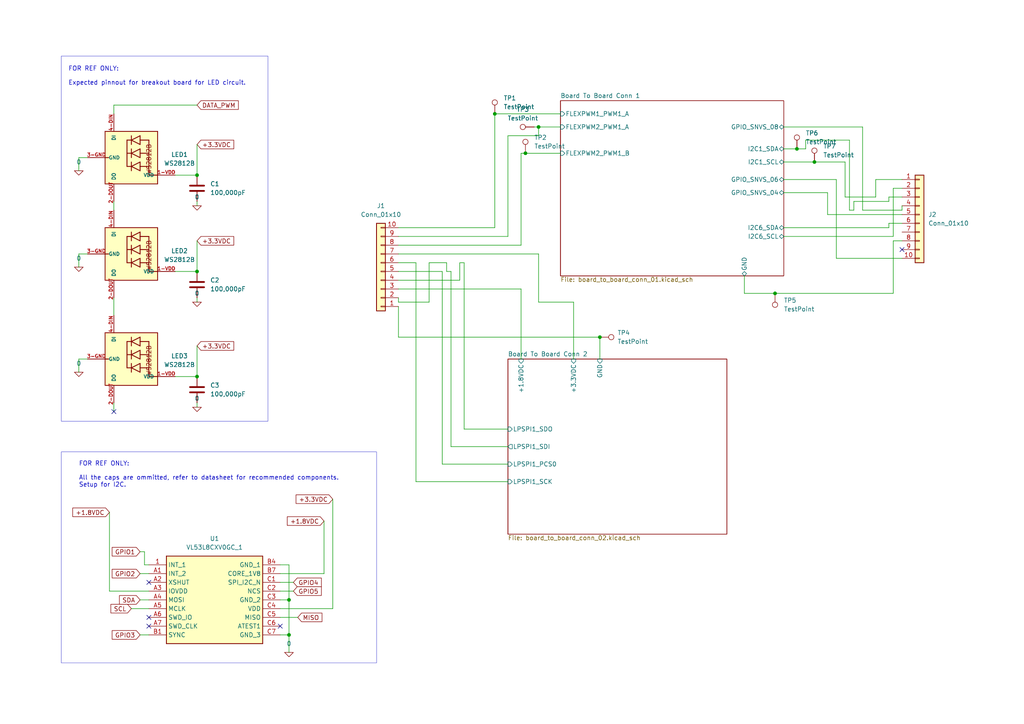
<source format=kicad_sch>
(kicad_sch (version 20231120) (generator "eeschema") (generator_version "8.0")
  (paper "A4")
  (lib_symbols
    (symbol "00_parts_lib:VL53L8CXV0GC_1"
      (property "Reference" "U" (at 34.29 7.62 0))
      (property "Value" "VL53L8CXV0GC_1" (at 34.29 5.08 0))
      (symbol "VL53L8CXV0GC_1_1_1"
        (rectangle (start 5.08 2.54) (end 33.02 -22.86) (stroke (width 0.254)) (fill (type background)))
        (pin passive line (at 0 0 0) (length 5.08) (name "INT_1") (number "1"))
        (pin passive line (at 0 -2.54 0) (length 5.08) (name "INT_2") (number "A1"))
        (pin passive line (at 0 -5.08 0) (length 5.08) (name "XSHUT") (number "A2"))
        (pin passive line (at 0 -7.62 0) (length 5.08) (name "IOVDD") (number "A3"))
        (pin passive line (at 0 -10.16 0) (length 5.08) (name "MOSI") (number "A4"))
        (pin passive line (at 0 -12.7 0) (length 5.08) (name "MCLK") (number "A5"))
        (pin passive line (at 0 -15.24 0) (length 5.08) (name "SWD_IO") (number "A6"))
        (pin passive line (at 0 -17.78 0) (length 5.08) (name "SWD_CLK") (number "A7"))
        (pin passive line (at 0 -20.32 0) (length 5.08) (name "SYNC") (number "B1"))
        (pin passive line (at 38.1 0 180) (length 5.08) (name "GND_1") (number "B4"))
        (pin passive line (at 38.1 -2.54 180) (length 5.08) (name "CORE_1V8") (number "B7"))
        (pin passive line (at 38.1 -5.08 180) (length 5.08) (name "SPI_I2C_N") (number "C1"))
        (pin passive line (at 38.1 -7.62 180) (length 5.08) (name "NCS") (number "C2"))
        (pin passive line (at 38.1 -10.16 180) (length 5.08) (name "GND_2") (number "C3"))
        (pin passive line (at 38.1 -12.7 180) (length 5.08) (name "VDD") (number "C4"))
        (pin passive line (at 38.1 -15.24 180) (length 5.08) (name "MISO") (number "C5"))
        (pin passive line (at 38.1 -17.78 180) (length 5.08) (name "ATEST1") (number "C6"))
        (pin passive line (at 38.1 -20.32 180) (length 5.08) (name "GND_3") (number "C7"))
      )
    )
    (symbol "00_parts_lib:WS2812B" (pin_names (offset 1.016))
      (property "Reference" "LED" (at 0 0 0))
      (property "Value" "WS2812B" (at 0 0 0))
      (symbol "WS2812B_0_0"
        (rectangle (start -7.62 -5.08) (end 7.62 10.16) (stroke (width 0.254)) (fill (type background)))
        (polyline (pts (xy -6.35 2.54) (xy -5.08 2.54)) (stroke (width 0.254)))
        (polyline (pts (xy -6.35 5.08) (xy -5.08 5.08)) (stroke (width 0.254)))
        (polyline (pts (xy -5.08 2.54) (xy -6.35 5.08)) (stroke (width 0.254)))
        (polyline (pts (xy -5.08 2.54) (xy -5.08 1.27)) (stroke (width 0.254)))
        (polyline (pts (xy -5.08 2.54) (xy -3.81 5.08)) (stroke (width 0.254)))
        (polyline (pts (xy -5.08 5.08) (xy -3.81 5.08)) (stroke (width 0.254)))
        (polyline (pts (xy -5.08 7.62) (xy -5.08 5.08)) (stroke (width 0.254)))
        (polyline (pts (xy -3.81 2.54) (xy -5.08 2.54)) (stroke (width 0.254)))
        (polyline (pts (xy -2.54 2.54) (xy -1.27 2.54)) (stroke (width 0.254)))
        (polyline (pts (xy -2.54 5.08) (xy 0 5.08)) (stroke (width 0.254)))
        (polyline (pts (xy -1.27 1.27) (xy -5.08 1.27)) (stroke (width 0.254)))
        (polyline (pts (xy -1.27 2.54) (xy -2.54 5.08)) (stroke (width 0.254)))
        (polyline (pts (xy -1.27 2.54) (xy -1.27 1.27)) (stroke (width 0.254)))
        (polyline (pts (xy -1.27 2.54) (xy 0 2.54)) (stroke (width 0.254)))
        (polyline (pts (xy -1.27 5.08) (xy -1.27 7.62)) (stroke (width 0.254)))
        (polyline (pts (xy -1.27 7.62) (xy -5.08 7.62)) (stroke (width 0.254)))
        (polyline (pts (xy 0 -4.064) (xy 0 -5.08)) (stroke (width 0.254)))
        (polyline (pts (xy 0 5.08) (xy -1.27 2.54)) (stroke (width 0.254)))
        (polyline (pts (xy 1.27 5.08) (xy 2.54 2.54)) (stroke (width 0.254)))
        (polyline (pts (xy 1.27 5.08) (xy 2.54 5.08)) (stroke (width 0.254)))
        (polyline (pts (xy 2.54 1.27) (xy -1.27 1.27)) (stroke (width 0.254)))
        (polyline (pts (xy 2.54 2.54) (xy 1.27 2.54)) (stroke (width 0.254)))
        (polyline (pts (xy 2.54 2.54) (xy 2.54 1.27)) (stroke (width 0.254)))
        (polyline (pts (xy 2.54 2.54) (xy 3.81 2.54)) (stroke (width 0.254)))
        (polyline (pts (xy 2.54 2.54) (xy 3.81 5.08)) (stroke (width 0.254)))
        (polyline (pts (xy 2.54 5.08) (xy 2.54 7.62)) (stroke (width 0.254)))
        (polyline (pts (xy 2.54 7.62) (xy -1.27 7.62)) (stroke (width 0.254)))
        (polyline (pts (xy 2.54 7.62) (xy 5.08 7.62)) (stroke (width 0.254)))
        (polyline (pts (xy 3.81 5.08) (xy 2.54 5.08)) (stroke (width 0.254)))
        (polyline (pts (xy 5.08 10.16) (xy 5.08 7.62)) (stroke (width 0.254)))
        (text "WS2812B" (at -4.064 8.382 0) (effects (font (size 1.27 1.27)) (justify left bottom)))
        (pin power_in line (at 5.08 15.24 270) (length 5.08) (name "VDD") (number "1-VDD"))
        (pin output line (at 12.7 -2.54 180) (length 5.08) (name "DO") (number "2-DOUT"))
        (pin power_in line (at 0 -10.16 90) (length 5.08) (name "GND") (number "3-GND"))
        (pin input line (at -12.7 -2.54 0) (length 5.08) (name "DI") (number "4-DIN"))
      )
    )
    (symbol "Connector:TestPoint" (pin_numbers hide) (pin_names (offset 0.762) hide)
      (property "Reference" "TP" (at 0 6.858 0))
      (property "Value" "TestPoint" (at 0 5.08 0))
      (symbol "TestPoint_0_1"
        (circle (center 0 3.302) (radius 0.762))
      )
      (symbol "TestPoint_1_1"
        (pin passive line (at 0 0 90) (length 2.54) (name "1") (number "1"))
      )
    )
    (symbol "Connector_Generic:Conn_01x10" (pin_names (offset 1.016) hide)
      (property "Reference" "J" (at 0 12.7 0))
      (property "Value" "Conn_01x10" (at 0 -15.24 0))
      (symbol "Conn_01x10_1_1"
        (rectangle (start -1.27 -12.573) (end 0 -12.827) (stroke (width 0.1524)))
        (rectangle (start -1.27 -10.033) (end 0 -10.287) (stroke (width 0.1524)))
        (rectangle (start -1.27 -7.493) (end 0 -7.747) (stroke (width 0.1524)))
        (rectangle (start -1.27 -4.953) (end 0 -5.207) (stroke (width 0.1524)))
        (rectangle (start -1.27 -2.413) (end 0 -2.667) (stroke (width 0.1524)))
        (rectangle (start -1.27 0.127) (end 0 -0.127) (stroke (width 0.1524)))
        (rectangle (start -1.27 2.667) (end 0 2.413) (stroke (width 0.1524)))
        (rectangle (start -1.27 5.207) (end 0 4.953) (stroke (width 0.1524)))
        (rectangle (start -1.27 7.747) (end 0 7.493) (stroke (width 0.1524)))
        (rectangle (start -1.27 10.287) (end 0 10.033) (stroke (width 0.1524)))
        (rectangle (start -1.27 11.43) (end 1.27 -13.97) (stroke (width 0.254)) (fill (type background)))
        (pin passive line (at -5.08 10.16 0) (length 3.81) (name "Pin_1") (number "1"))
        (pin passive line (at -5.08 -12.7 0) (length 3.81) (name "Pin_10") (number "10"))
        (pin passive line (at -5.08 7.62 0) (length 3.81) (name "Pin_2") (number "2"))
        (pin passive line (at -5.08 5.08 0) (length 3.81) (name "Pin_3") (number "3"))
        (pin passive line (at -5.08 2.54 0) (length 3.81) (name "Pin_4") (number "4"))
        (pin passive line (at -5.08 0 0) (length 3.81) (name "Pin_5") (number "5"))
        (pin passive line (at -5.08 -2.54 0) (length 3.81) (name "Pin_6") (number "6"))
        (pin passive line (at -5.08 -5.08 0) (length 3.81) (name "Pin_7") (number "7"))
        (pin passive line (at -5.08 -7.62 0) (length 3.81) (name "Pin_8") (number "8"))
        (pin passive line (at -5.08 -10.16 0) (length 3.81) (name "Pin_9") (number "9"))
      )
    )
    (symbol "Device:C" (pin_numbers hide) (pin_names (offset 0.254))
      (property "Reference" "C" (at 0.635 2.54 0))
      (property "Value" "C" (at 0.635 -2.54 0))
      (symbol "C_0_1"
        (polyline (pts (xy -2.032 -0.762) (xy 2.032 -0.762)) (stroke (width 0.508)))
        (polyline (pts (xy -2.032 0.762) (xy 2.032 0.762)) (stroke (width 0.508)))
      )
      (symbol "C_1_1"
        (pin passive line (at 0 3.81 270) (length 2.794) (name "~") (number "1"))
        (pin passive line (at 0 -3.81 90) (length 2.794) (name "~") (number "2"))
      )
    )
    (symbol "Simulation_SPICE:0" (power) (pin_numbers hide) (pin_names (offset 0) hide)
      (property "Value" "0" (at 0 -2.54 0))
      (symbol "0_0_1"
        (polyline (pts (xy -1.27 0) (xy 0 -1.27) (xy 1.27 0) (xy -1.27 0)))
      )
      (symbol "0_1_1"
        (pin power_in line (at 0 0 0) (length 0) (name "~") (number "1"))
      )
    )
  )
  (junction (at 57.15 78.74))
  (junction (at 57.15 109.22))
  (junction (at 224.79 85.09))
  (junction (at 57.15 50.8))
  (junction (at 173.99 97.79))
  (junction (at 231.14 43.18))
  (junction (at 83.82 173.99))
  (junction (at 83.82 184.15))
  (junction (at 152.4 44.45))
  (junction (at 236.22 46.99))
  (junction (at 143.51 33.02))
  (junction (at 156.21 36.83))
  (no_connect (at 43.18 179.07))
  (no_connect (at 33.02 119.38))
  (no_connect (at 261.62 72.39))
  (no_connect (at 81.28 181.61))
  (no_connect (at 43.18 168.91))
  (no_connect (at 43.18 181.61))
  (wire (pts (xy 246.38 60.96) (xy 247.65 60.96)))
  (wire (pts (xy 247.65 60.96) (xy 247.65 58.42)))
  (wire (pts (xy 81.28 166.37) (xy 93.98 166.37)))
  (wire (pts (xy 124.46 76.2) (xy 124.46 87.63)))
  (wire (pts (xy 129.54 76.2) (xy 124.46 76.2)))
  (wire (pts (xy 147.32 39.37) (xy 156.21 39.37)))
  (wire (pts (xy 38.1 176.53) (xy 43.18 176.53)))
  (wire (pts (xy 115.57 76.2) (xy 120.65 76.2)))
  (wire (pts (xy 257.81 64.77) (xy 261.62 64.77)))
  (wire (pts (xy 254 52.07) (xy 261.62 52.07)))
  (wire (pts (xy 33.02 30.48) (xy 33.02 33.02)))
  (wire (pts (xy 83.82 173.99) (xy 83.82 184.15)))
  (wire (pts (xy 151.13 71.12) (xy 115.57 71.12)))
  (wire (pts (xy 81.28 179.07) (xy 86.36 179.07)))
  (wire (pts (xy 57.15 100.33) (xy 57.15 109.22)))
  (wire (pts (xy 156.21 73.66) (xy 115.57 73.66)))
  (wire (pts (xy 259.08 69.85) (xy 261.62 69.85)))
  (wire (pts (xy 124.46 87.63) (xy 115.57 87.63)))
  (wire (pts (xy 57.15 118.11) (xy 57.15 116.84)))
  (wire (pts (xy 40.64 160.02) (xy 41.91 160.02)))
  (wire (pts (xy 50.8 109.22) (xy 57.15 109.22)))
  (wire (pts (xy 242.57 74.93) (xy 261.62 74.93)))
  (wire (pts (xy 259.08 54.61) (xy 261.62 54.61)))
  (wire (pts (xy 250.19 60.96) (xy 261.62 60.96)))
  (wire (pts (xy 233.68 43.18) (xy 231.14 43.18)))
  (wire (pts (xy 246.38 60.96) (xy 246.38 40.64)))
  (wire (pts (xy 115.57 97.79) (xy 115.57 88.9)))
  (wire (pts (xy 81.28 163.83) (xy 83.82 163.83)))
  (wire (pts (xy 130.81 78.74) (xy 129.54 78.74)))
  (wire (pts (xy 25.4 104.14) (xy 22.86 104.14)))
  (wire (pts (xy 173.99 104.14) (xy 173.99 97.79)))
  (wire (pts (xy 227.33 36.83) (xy 250.19 36.83)))
  (wire (pts (xy 147.32 68.58) (xy 115.57 68.58)))
  (wire (pts (xy 227.33 43.18) (xy 231.14 43.18)))
  (wire (pts (xy 25.4 73.66) (xy 22.86 73.66)))
  (wire (pts (xy 120.65 139.7) (xy 147.32 139.7)))
  (wire (pts (xy 156.21 39.37) (xy 156.21 36.83)))
  (wire (pts (xy 227.33 55.88) (xy 240.03 55.88)))
  (wire (pts (xy 33.02 30.48) (xy 57.15 30.48)))
  (wire (pts (xy 152.4 44.45) (xy 162.56 44.45)))
  (wire (pts (xy 93.98 151.13) (xy 93.98 166.37)))
  (wire (pts (xy 31.75 171.45) (xy 43.18 171.45)))
  (wire (pts (xy 133.35 76.2) (xy 133.35 81.28)))
  (wire (pts (xy 33.02 86.36) (xy 33.02 91.44)))
  (wire (pts (xy 41.91 160.02) (xy 41.91 163.83)))
  (wire (pts (xy 259.08 85.09) (xy 259.08 69.85)))
  (wire (pts (xy 31.75 148.59) (xy 31.75 171.45)))
  (wire (pts (xy 261.62 59.69) (xy 261.62 60.96)))
  (wire (pts (xy 143.51 66.04) (xy 115.57 66.04)))
  (wire (pts (xy 240.03 55.88) (xy 240.03 62.23)))
  (wire (pts (xy 115.57 97.79) (xy 173.99 97.79)))
  (wire (pts (xy 257.81 57.15) (xy 261.62 57.15)))
  (wire (pts (xy 40.64 166.37) (xy 43.18 166.37)))
  (wire (pts (xy 257.81 58.42) (xy 257.81 57.15)))
  (wire (pts (xy 81.28 168.91) (xy 85.09 168.91)))
  (wire (pts (xy 22.86 73.66) (xy 22.86 77.47)))
  (wire (pts (xy 257.81 66.04) (xy 257.81 64.77)))
  (wire (pts (xy 120.65 76.2) (xy 120.65 139.7)))
  (wire (pts (xy 227.33 68.58) (xy 259.08 68.58)))
  (wire (pts (xy 130.81 129.54) (xy 147.32 129.54)))
  (wire (pts (xy 50.8 50.8) (xy 57.15 50.8)))
  (wire (pts (xy 22.86 104.14) (xy 22.86 107.95)))
  (wire (pts (xy 245.11 46.99) (xy 245.11 57.15)))
  (wire (pts (xy 151.13 44.45) (xy 151.13 71.12)))
  (wire (pts (xy 156.21 87.63) (xy 156.21 73.66)))
  (wire (pts (xy 236.22 46.99) (xy 245.11 46.99)))
  (wire (pts (xy 115.57 78.74) (xy 128.27 78.74)))
  (wire (pts (xy 81.28 171.45) (xy 85.09 171.45)))
  (wire (pts (xy 130.81 129.54) (xy 130.81 78.74)))
  (wire (pts (xy 40.64 173.99) (xy 43.18 173.99)))
  (wire (pts (xy 40.64 184.15) (xy 43.18 184.15)))
  (wire (pts (xy 166.37 104.14) (xy 166.37 87.63)))
  (wire (pts (xy 134.62 124.46) (xy 134.62 76.2)))
  (wire (pts (xy 224.79 85.09) (xy 259.08 85.09)))
  (wire (pts (xy 57.15 69.85) (xy 57.15 78.74)))
  (wire (pts (xy 134.62 76.2) (xy 133.35 76.2)))
  (wire (pts (xy 81.28 176.53) (xy 96.52 176.53)))
  (wire (pts (xy 115.57 87.63) (xy 115.57 86.36)))
  (wire (pts (xy 151.13 104.14) (xy 151.13 83.82)))
  (wire (pts (xy 81.28 184.15) (xy 83.82 184.15)))
  (wire (pts (xy 133.35 81.28) (xy 115.57 81.28)))
  (wire (pts (xy 156.21 36.83) (xy 162.56 36.83)))
  (wire (pts (xy 227.33 46.99) (xy 236.22 46.99)))
  (wire (pts (xy 50.8 78.74) (xy 57.15 78.74)))
  (wire (pts (xy 245.11 57.15) (xy 254 57.15)))
  (wire (pts (xy 96.52 144.78) (xy 96.52 176.53)))
  (wire (pts (xy 22.86 45.72) (xy 22.86 49.53)))
  (wire (pts (xy 83.82 184.15) (xy 83.82 189.23)))
  (wire (pts (xy 247.65 58.42) (xy 257.81 58.42)))
  (wire (pts (xy 240.03 62.23) (xy 261.62 62.23)))
  (wire (pts (xy 227.33 66.04) (xy 257.81 66.04)))
  (wire (pts (xy 57.15 59.69) (xy 57.15 58.42)))
  (wire (pts (xy 151.13 83.82) (xy 115.57 83.82)))
  (wire (pts (xy 147.32 39.37) (xy 147.32 68.58)))
  (wire (pts (xy 33.02 116.84) (xy 33.02 119.38)))
  (wire (pts (xy 242.57 52.07) (xy 242.57 74.93)))
  (wire (pts (xy 227.33 52.07) (xy 242.57 52.07)))
  (wire (pts (xy 215.9 85.09) (xy 224.79 85.09)))
  (wire (pts (xy 254 57.15) (xy 254 52.07)))
  (wire (pts (xy 233.68 40.64) (xy 246.38 40.64)))
  (wire (pts (xy 33.02 58.42) (xy 33.02 60.96)))
  (wire (pts (xy 128.27 134.62) (xy 147.32 134.62)))
  (wire (pts (xy 233.68 40.64) (xy 233.68 43.18)))
  (wire (pts (xy 143.51 33.02) (xy 143.51 66.04)))
  (wire (pts (xy 154.94 36.83) (xy 156.21 36.83)))
  (wire (pts (xy 128.27 78.74) (xy 128.27 134.62)))
  (wire (pts (xy 143.51 33.02) (xy 162.56 33.02)))
  (wire (pts (xy 83.82 163.83) (xy 83.82 173.99)))
  (wire (pts (xy 166.37 87.63) (xy 156.21 87.63)))
  (wire (pts (xy 259.08 54.61) (xy 259.08 68.58)))
  (wire (pts (xy 147.32 124.46) (xy 134.62 124.46)))
  (wire (pts (xy 25.4 45.72) (xy 22.86 45.72)))
  (wire (pts (xy 57.15 87.63) (xy 57.15 86.36)))
  (wire (pts (xy 57.15 41.91) (xy 57.15 50.8)))
  (wire (pts (xy 41.91 163.83) (xy 43.18 163.83)))
  (wire (pts (xy 250.19 36.83) (xy 250.19 60.96)))
  (wire (pts (xy 81.28 173.99) (xy 83.82 173.99)))
  (wire (pts (xy 129.54 78.74) (xy 129.54 76.2)))
  (wire (pts (xy 151.13 44.45) (xy 152.4 44.45)))
  (wire (pts (xy 215.9 80.01) (xy 215.9 85.09)))
  (rectangle (start 17.78 131.064) (end 109.22 192.278) (stroke (width 0.0254)))
  (rectangle (start 17.78 16.256) (end 77.724 122.174) (stroke (width 0.0254)))
  (text "FOR REF ONLY:\n\nExpected pinnout for breakout board for LED circuit." (at 19.812 22.098 0) (effects (font (size 1.27 1.27)) (justify left)))
  (text "FOR REF ONLY:\n\nAll the caps are ommitted, refer to datasheet for recommended components. \nSetup for I2C." (at 22.86 137.668 0) (effects (font (size 1.27 1.27)) (justify left)))
  (global_label "GPIO4" (shape input) (at 85.09 168.91 0) (property "Intersheetrefs" "${INTERSHEET_REFS}" (effects (hide yes))))
  (global_label "+1.8VDC" (shape input) (at 31.75 148.59 180) (property "Intersheetrefs" "${INTERSHEET_REFS}" (effects (hide yes))))
  (global_label "GPIO1" (shape input) (at 40.64 160.02 180) (property "Intersheetrefs" "${INTERSHEET_REFS}" (effects (hide yes))))
  (global_label "+1.8VDC" (shape input) (at 93.98 151.13 180) (property "Intersheetrefs" "${INTERSHEET_REFS}" (effects (hide yes))))
  (global_label "MISO" (shape input) (at 86.36 179.07 0) (property "Intersheetrefs" "${INTERSHEET_REFS}" (effects (hide yes))))
  (global_label "GPIO3" (shape input) (at 40.64 184.15 180) (property "Intersheetrefs" "${INTERSHEET_REFS}" (effects (hide yes))))
  (global_label "DATA_PWM" (shape input) (at 57.15 30.48 0) (property "Intersheetrefs" "${INTERSHEET_REFS}" (effects (hide yes))))
  (global_label "GPIO5" (shape input) (at 85.09 171.45 0) (property "Intersheetrefs" "${INTERSHEET_REFS}" (effects (hide yes))))
  (global_label "SCL" (shape input) (at 38.1 176.53 180) (property "Intersheetrefs" "${INTERSHEET_REFS}" (effects (hide yes))))
  (global_label "+3.3VDC" (shape input) (at 57.15 41.91 0) (property "Intersheetrefs" "${INTERSHEET_REFS}" (effects (hide yes))))
  (global_label "GPIO2" (shape input) (at 40.64 166.37 180) (property "Intersheetrefs" "${INTERSHEET_REFS}" (effects (hide yes))))
  (global_label "SDA" (shape input) (at 40.64 173.99 180) (property "Intersheetrefs" "${INTERSHEET_REFS}" (effects (hide yes))))
  (global_label "+3.3VDC" (shape input) (at 96.52 144.78 180) (property "Intersheetrefs" "${INTERSHEET_REFS}" (effects (hide yes))))
  (global_label "+3.3VDC" (shape input) (at 57.15 100.33 0) (property "Intersheetrefs" "${INTERSHEET_REFS}" (effects (hide yes))))
  (global_label "+3.3VDC" (shape input) (at 57.15 69.85 0) (property "Intersheetrefs" "${INTERSHEET_REFS}" (effects (hide yes))))
  (symbol (lib_id "Connector_Generic:Conn_01x10") (at 266.7 62.23 0) (unit 1)
    (property "Reference" "J2" (at 269.24 62.2299 0) (effects (justify left)))
    (property "Value" "Conn_01x10" (at 269.24 64.7699 0) (effects (justify left)))
    (property "Footprint" "Connector_PinHeader_2.54mm:PinHeader_1x10_P2.54mm_Vertical" (effects (hide yes)))
    (property "Description" "Generic connector, single row, 01x10, script generated (kicad-library-utils/schlib/autogen/connector/)" (effects (hide yes)))
  )
  (symbol (lib_id "Simulation_SPICE:0") (at 22.86 107.95 0) (unit 1) (on_board no)
    (property "Reference" "#GND03" (effects (hide yes)))
    (property "Value" "0" (at 22.86 105.41 0))
    (property "Datasheet" "https://ngspice.sourceforge.io/docs/ngspice-html-manual/manual.xhtml#subsec_Circuit_elements__device" (effects (hide yes)))
    (property "Description" "0V reference potential for simulation" (effects (hide yes)))
  )
  (symbol (lib_id "Connector:TestPoint") (at 143.51 33.02 0) (unit 1)
    (property "Reference" "TP1" (at 146.05 28.4479 0) (effects (justify left)))
    (property "Value" "TestPoint" (at 146.05 30.9879 0) (effects (justify left)))
    (property "Footprint" "TestPoint:TestPoint_Pad_D2.5mm" (effects (hide yes)))
    (property "Description" "test point" (effects (hide yes)))
  )
  (symbol (lib_id "Connector:TestPoint") (at 236.22 46.99 0) (unit 1)
    (property "Reference" "TP7" (at 238.76 42.4179 0) (effects (justify left)))
    (property "Value" "TestPoint" (at 238.76 44.9579 0) (effects (justify left)))
    (property "Footprint" "TestPoint:TestPoint_Pad_D2.5mm" (effects (hide yes)))
    (property "Description" "test point" (effects (hide yes)))
  )
  (symbol (lib_id "Simulation_SPICE:0") (at 57.15 87.63 0) (unit 1) (on_board no)
    (property "Reference" "#GND05" (effects (hide yes)))
    (property "Value" "0" (at 57.15 85.09 0))
    (property "Datasheet" "https://ngspice.sourceforge.io/docs/ngspice-html-manual/manual.xhtml#subsec_Circuit_elements__device" (effects (hide yes)))
    (property "Description" "0V reference potential for simulation" (effects (hide yes)))
  )
  (symbol (lib_id "Device:C") (at 57.15 113.03 0) (unit 1) (on_board no)
    (property "Reference" "C3" (at 60.96 111.7599 0) (effects (justify left)))
    (property "Value" "100,000pF" (at 60.96 114.2999 0) (effects (justify left)))
    (property "Description" "Unpolarized capacitor" (effects (hide yes)))
  )
  (symbol (lib_id "Device:C") (at 57.15 82.55 0) (unit 1) (on_board no)
    (property "Reference" "C2" (at 60.96 81.2799 0) (effects (justify left)))
    (property "Value" "100,000pF" (at 60.96 83.8199 0) (effects (justify left)))
    (property "Description" "Unpolarized capacitor" (effects (hide yes)))
  )
  (symbol (lib_id "Device:C") (at 57.15 54.61 0) (unit 1) (on_board no)
    (property "Reference" "C1" (at 60.96 53.3399 0) (effects (justify left)))
    (property "Value" "100,000pF" (at 60.96 55.8799 0) (effects (justify left)))
    (property "Description" "Unpolarized capacitor" (effects (hide yes)))
  )
  (symbol (lib_id "Connector:TestPoint") (at 224.79 85.09 180) (unit 1)
    (property "Reference" "TP5" (at 227.33 87.1219 0) (effects (justify right)))
    (property "Value" "TestPoint" (at 227.33 89.6619 0) (effects (justify right)))
    (property "Footprint" "TestPoint:TestPoint_Pad_D2.5mm" (effects (hide yes)))
    (property "Description" "test point" (effects (hide yes)))
  )
  (symbol (lib_id "Simulation_SPICE:0") (at 22.86 77.47 0) (unit 1) (on_board no)
    (property "Reference" "#GND02" (effects (hide yes)))
    (property "Value" "0" (at 22.86 74.93 0))
    (property "Datasheet" "https://ngspice.sourceforge.io/docs/ngspice-html-manual/manual.xhtml#subsec_Circuit_elements__device" (effects (hide yes)))
    (property "Description" "0V reference potential for simulation" (effects (hide yes)))
  )
  (symbol (lib_id "Connector_Generic:Conn_01x10") (at 110.49 78.74 180) (unit 1)
    (property "Reference" "J1" (at 110.49 59.69 0))
    (property "Value" "Conn_01x10" (at 110.49 62.23 0))
    (property "Footprint" "Connector_PinHeader_2.54mm:PinHeader_1x10_P2.54mm_Vertical" (effects (hide yes)))
    (property "Description" "Generic connector, single row, 01x10, script generated (kicad-library-utils/schlib/autogen/connector/)" (effects (hide yes)))
  )
  (symbol (lib_id "00_parts_lib:VL53L8CXV0GC_1") (at 43.18 163.83 0) (unit 1) (in_bom no) (on_board no)
    (property "Reference" "U1" (at 62.23 156.21 0))
    (property "Value" "VL53L8CXV0GC_1" (at 62.23 158.75 0))
    (property "Footprint" "VL53L8CXV0GC1" (effects (hide yes)))
    (property "Datasheet" "https://www.st.com/resource/en/datasheet/vl53l8cx.pdf" (effects (hide yes)))
    (property "Description" "Low-power high-performance 8x8 multizone Time-of-Flight sensor 940 nm, 6.4x3.0x1.75 mm, -30 to 85C" (effects (hide yes)))
    (property "Height" "1.8" (effects (hide yes)))
    (property "Mouser Part Number" "511-VL53L8CXV0GC/1" (effects (hide yes)))
    (property "Mouser Price/Stock" "https://www.mouser.co.uk/ProductDetail/STMicroelectronics/VL53L8CXV0GC-1?qs=T%252BzbugeAwjhc9idkQC%252BF8g%3D%3D" (effects (hide yes)))
    (property "Manufacturer_Name" "STMicroelectronics" (effects (hide yes)))
    (property "Manufacturer_Part_Number" "VL53L8CXV0GC/1" (effects (hide yes)))
  )
  (symbol (lib_id "00_parts_lib:WS2812B") (at 35.56 104.14 270) (unit 1) (in_bom no) (on_board no)
    (property "Reference" "LED3" (at 52.07 103.2508 90))
    (property "Value" "WS2812B" (at 52.07 105.7908 90))
    (property "MF" "Worldsemi" (effects (hide yes)))
    (property "Description_1" "\nIntelligent control LED integrated light source\n" (effects (hide yes)))
    (property "Package" "None" (effects (hide yes)))
    (property "Price" "None" (effects (hide yes)))
    (property "SnapEDA_Link" "https://www.snapeda.com/parts/WS2812B/Worldsemi/view-part/?ref=snap" (effects (hide yes)))
    (property "MP" "WS2812B" (effects (hide yes)))
    (property "Availability" "Not in stock" (effects (hide yes)))
    (property "Check_prices" "https://www.snapeda.com/parts/WS2812B/Worldsemi/view-part/?ref=eda" (effects (hide yes)))
  )
  (symbol (lib_id "Connector:TestPoint") (at 173.99 97.79 270) (unit 1)
    (property "Reference" "TP4" (at 179.07 96.5199 90) (effects (justify left)))
    (property "Value" "TestPoint" (at 179.07 99.0599 90) (effects (justify left)))
    (property "Footprint" "TestPoint:TestPoint_Pad_D2.5mm" (effects (hide yes)))
    (property "Description" "test point" (effects (hide yes)))
  )
  (symbol (lib_id "Connector:TestPoint") (at 154.94 36.83 90) (unit 1)
    (property "Reference" "TP3" (at 151.638 31.75 90))
    (property "Value" "TestPoint" (at 151.638 34.29 90))
    (property "Footprint" "TestPoint:TestPoint_Pad_D2.5mm" (effects (hide yes)))
    (property "Description" "test point" (effects (hide yes)))
  )
  (symbol (lib_id "00_parts_lib:WS2812B") (at 35.56 73.66 270) (unit 1) (in_bom no) (on_board no)
    (property "Reference" "LED2" (at 52.07 72.7708 90))
    (property "Value" "WS2812B" (at 52.07 75.3108 90))
    (property "MF" "Worldsemi" (effects (hide yes)))
    (property "Description_1" "\nIntelligent control LED integrated light source\n" (effects (hide yes)))
    (property "Package" "None" (effects (hide yes)))
    (property "Price" "None" (effects (hide yes)))
    (property "SnapEDA_Link" "https://www.snapeda.com/parts/WS2812B/Worldsemi/view-part/?ref=snap" (effects (hide yes)))
    (property "MP" "WS2812B" (effects (hide yes)))
    (property "Availability" "Not in stock" (effects (hide yes)))
    (property "Check_prices" "https://www.snapeda.com/parts/WS2812B/Worldsemi/view-part/?ref=eda" (effects (hide yes)))
  )
  (symbol (lib_id "00_parts_lib:WS2812B") (at 35.56 45.72 270) (unit 1) (in_bom no) (on_board no)
    (property "Reference" "LED1" (at 52.07 44.8308 90))
    (property "Value" "WS2812B" (at 52.07 47.3708 90))
    (property "MF" "Worldsemi" (effects (hide yes)))
    (property "Description_1" "\nIntelligent control LED integrated light source\n" (effects (hide yes)))
    (property "Package" "None" (effects (hide yes)))
    (property "Price" "None" (effects (hide yes)))
    (property "SnapEDA_Link" "https://www.snapeda.com/parts/WS2812B/Worldsemi/view-part/?ref=snap" (effects (hide yes)))
    (property "MP" "WS2812B" (effects (hide yes)))
    (property "Availability" "Not in stock" (effects (hide yes)))
    (property "Check_prices" "https://www.snapeda.com/parts/WS2812B/Worldsemi/view-part/?ref=eda" (effects (hide yes)))
  )
  (symbol (lib_id "Simulation_SPICE:0") (at 22.86 49.53 0) (unit 1) (on_board no)
    (property "Reference" "#GND01" (effects (hide yes)))
    (property "Value" "0" (at 22.86 46.99 0))
    (property "Datasheet" "https://ngspice.sourceforge.io/docs/ngspice-html-manual/manual.xhtml#subsec_Circuit_elements__device" (effects (hide yes)))
    (property "Description" "0V reference potential for simulation" (effects (hide yes)))
  )
  (symbol (lib_id "Connector:TestPoint") (at 231.14 43.18 0) (unit 1)
    (property "Reference" "TP6" (at 233.68 38.6079 0) (effects (justify left)))
    (property "Value" "TestPoint" (at 233.68 41.1479 0) (effects (justify left)))
    (property "Footprint" "TestPoint:TestPoint_Pad_D2.5mm" (effects (hide yes)))
    (property "Description" "test point" (effects (hide yes)))
  )
  (symbol (lib_id "Simulation_SPICE:0") (at 57.15 59.69 0) (unit 1) (on_board no)
    (property "Reference" "#GND04" (effects (hide yes)))
    (property "Value" "0" (at 57.15 57.15 0))
    (property "Datasheet" "https://ngspice.sourceforge.io/docs/ngspice-html-manual/manual.xhtml#subsec_Circuit_elements__device" (effects (hide yes)))
    (property "Description" "0V reference potential for simulation" (effects (hide yes)))
  )
  (symbol (lib_id "Simulation_SPICE:0") (at 57.15 118.11 0) (unit 1) (on_board no)
    (property "Reference" "#GND06" (effects (hide yes)))
    (property "Value" "0" (at 57.15 115.57 0))
    (property "Datasheet" "https://ngspice.sourceforge.io/docs/ngspice-html-manual/manual.xhtml#subsec_Circuit_elements__device" (effects (hide yes)))
    (property "Description" "0V reference potential for simulation" (effects (hide yes)))
  )
  (symbol (lib_id "Simulation_SPICE:0") (at 83.82 189.23 0) (unit 1) (on_board no)
    (property "Reference" "#GND07" (effects (hide yes)))
    (property "Value" "0" (at 83.82 186.69 0))
    (property "Datasheet" "https://ngspice.sourceforge.io/docs/ngspice-html-manual/manual.xhtml#subsec_Circuit_elements__device" (effects (hide yes)))
    (property "Description" "0V reference potential for simulation" (effects (hide yes)))
  )
  (symbol (lib_id "Connector:TestPoint") (at 152.4 44.45 0) (unit 1)
    (property "Reference" "TP2" (at 154.94 39.8779 0) (effects (justify left)))
    (property "Value" "TestPoint" (at 154.94 42.4179 0) (effects (justify left)))
    (property "Footprint" "TestPoint:TestPoint_Pad_D2.5mm" (effects (hide yes)))
    (property "Description" "test point" (effects (hide yes)))
  )
  (sheet (at 162.56 29.21) (size 64.77 50.8) (stroke (width 0.1524))
    (property "Sheetname" "Board To Board Conn 1" (at 162.56 28.4984 0) (effects (justify left bottom)))
    (property "Sheetfile" "board_to_board_conn_01.kicad_sch" (at 162.56 80.3406 0) (effects (justify left top)))
    (pin "FLEXPWM1_PWM1_A" input (at 162.56 33.02 180))
    (pin "I2C6_SCL" bidirectional (at 227.33 68.58 0))
    (pin "FLEXPWM2_PWM1_A" input (at 162.56 36.83 180))
    (pin "I2C1_SCL" bidirectional (at 227.33 46.99 0))
    (pin "I2C1_SDA" bidirectional (at 227.33 43.18 0))
    (pin "GPIO_SNVS_04" bidirectional (at 227.33 55.88 0))
    (pin "GPIO_SNVS_08" bidirectional (at 227.33 36.83 0))
    (pin "I2C6_SDA" bidirectional (at 227.33 66.04 0))
    (pin "GPIO_SNVS_06" bidirectional (at 227.33 52.07 0))
    (pin "GND" bidirectional (at 215.9 80.01 270))
    (pin "FLEXPWM2_PWM1_B" input (at 162.56 44.45 180))
  )
  (sheet (at 147.32 104.14) (size 63.5 50.8) (stroke (width 0.1524))
    (property "Sheetname" "Board To Board Conn 2" (at 147.32 103.4284 0) (effects (justify left bottom)))
    (property "Sheetfile" "board_to_board_conn_02.kicad_sch" (at 147.32 155.2706 0) (effects (justify left top)))
    (pin "+1.8VDC" input (at 151.13 104.14 90))
    (pin "GND" input (at 173.99 104.14 90))
    (pin "+3.3VDC" input (at 166.37 104.14 90))
    (pin "LPSPI1_SDO" input (at 147.32 124.46 180))
    (pin "LPSPI1_SDI" output (at 147.32 129.54 180))
    (pin "LPSPI1_PCS0" input (at 147.32 134.62 180))
    (pin "LPSPI1_SCK" input (at 147.32 139.7 180))
  )
)
</source>
